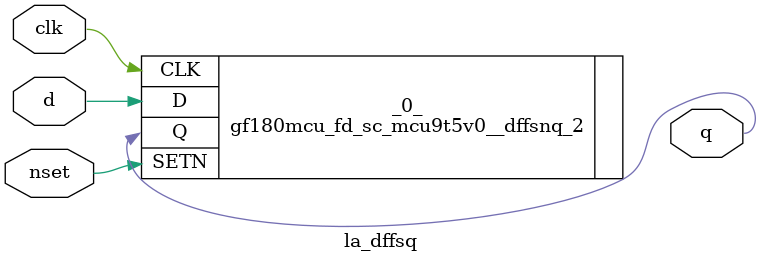
<source format=v>

/* Generated by Yosys 0.37 (git sha1 a5c7f69ed, clang 14.0.0-1ubuntu1.1 -fPIC -Os) */

module la_dffsq(d, clk, nset, q);
  input clk;
  wire clk;
  input d;
  wire d;
  input nset;
  wire nset;
  output q;
  wire q;
  gf180mcu_fd_sc_mcu9t5v0__dffsnq_2 _0_ (
    .CLK(clk),
    .D(d),
    .Q(q),
    .SETN(nset)
  );
endmodule

</source>
